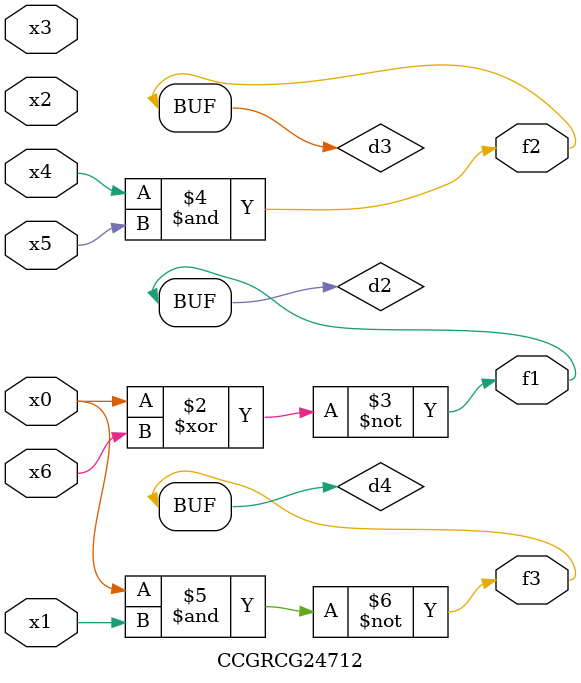
<source format=v>
module CCGRCG24712(
	input x0, x1, x2, x3, x4, x5, x6,
	output f1, f2, f3
);

	wire d1, d2, d3, d4;

	nor (d1, x0);
	xnor (d2, x0, x6);
	and (d3, x4, x5);
	nand (d4, x0, x1);
	assign f1 = d2;
	assign f2 = d3;
	assign f3 = d4;
endmodule

</source>
